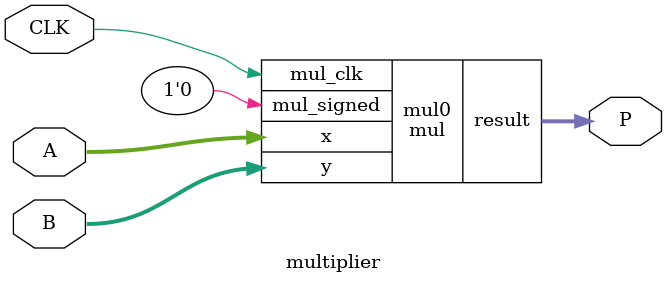
<source format=v>
module YDecoder(
    input yc, yb, ya, //c -> i+1; b -> i; a -> i-1
    output negx, x, neg2x, _2x
    );

assign negx = (yc & yb & ~ya) | (yc & ~yb & ya);
assign x = (~yc & ~yb & ya) | (~yc & yb & ~ya);
assign neg2x = (yc & ~yb & ~ya);
assign _2x = (~yc & yb & ya);

endmodule


module BoothBase(
    input negx, x, neg2x, _2x,
    input InX,
    input PosLastX, NegLastX,
    output PosNextX, NegNextX,
    output OutX
    );

assign OutX = (negx & ~InX) | (x & InX) | (neg2x & NegLastX) | (_2x & PosLastX);
assign PosNextX = InX;
assign NegNextX = ~InX;

endmodule


module BoothInterBase(
    input [2:0] y,
    input [63:0] InX,
    output [63:0] OutX,
    output Carry
);

wire negx, x, neg2x, _2x;
wire [1:0] CarrySig [64:0];

YDecoder uu(.yc(y[2]), .yb(y[1]), .ya(y[0]), .negx(negx), .x(x), .neg2x(neg2x), ._2x(_2x));

BoothBase fir(.negx(negx), .x(x), .neg2x(neg2x), ._2x(_2x), .InX(InX[0]), .PosLastX(1'b0), .NegLastX(1'b1), .PosNextX(CarrySig[1][0]), .NegNextX(CarrySig[1][1]), .OutX(OutX[0]));

generate
    genvar i;
    for (i=1; i<64; i=i+1) begin: gfor
        BoothBase ui(
            .negx(negx),
            .x(x),
            .neg2x(neg2x),
            ._2x(_2x),
            .InX(InX[i]),
            .PosLastX(CarrySig[i][0]),
            .NegLastX(CarrySig[i][1]),
            .PosNextX(CarrySig[i+1][0]),
            .NegNextX(CarrySig[i+1][1]),
            .OutX(OutX[i])
        );
    end
endgenerate

assign Carry = negx || neg2x;

endmodule


module addr(
    input A, B, C,
    output Carry, S
    );

assign S = ~A & ~B & C | ~A & B & ~C | A & ~B & ~C | A & B & C;
assign Carry = A & B | A & C | B & C;

endmodule


module WallaceTreeBase(
    input [16:0] InData,
    input [13:0] CIn,
    output [13:0] COut,
    output C, S
    );

//first stage
wire [4:0] FirSig;
addr first1(.A(InData[4]), .B(InData[3]), .C(InData[2]), .Carry(COut[0]), .S(FirSig[0]));
addr first2(.A(InData[7]), .B(InData[6]), .C(InData[5]), .Carry(COut[1]), .S(FirSig[1]));
addr first3(.A(InData[10]), .B(InData[9]), .C(InData[8]), .Carry(COut[2]), .S(FirSig[2]));
addr first4(.A(InData[13]), .B(InData[12]), .C(InData[11]), .Carry(COut[3]), .S(FirSig[3]));
addr first5(.A(InData[16]), .B(InData[15]), .C(InData[14]), .Carry(COut[4]), .S(FirSig[4]));

//second stage
wire [3:0] SecSig;
addr second1(.A(CIn[2]), .B(CIn[1]), .C(CIn[0]), .Carry(COut[5]), .S(SecSig[0]));
addr second2(.A(InData[0]), .B(CIn[4]), .C(CIn[3]), .Carry(COut[6]), .S(SecSig[1]));
addr second3(.A(FirSig[1]), .B(FirSig[0]), .C(InData[1]), .Carry(COut[7]), .S(SecSig[2]));
addr second4(.A(FirSig[4]), .B(FirSig[3]), .C(FirSig[2]), .Carry(COut[8]), .S(SecSig[3]));

//third stage
wire [1:0] ThiSig;
addr third1(.A(SecSig[0]), .B(CIn[6]), .C(CIn[5]), .Carry(COut[9]), .S(ThiSig[0]));
addr third2(.A(SecSig[3]), .B(SecSig[2]), .C(SecSig[1]), .Carry(COut[10]), .S(ThiSig[1]));

//fourth stage
wire [1:0] ForSig;
addr fourth1(.A(CIn[9]), .B(CIn[8]), .C(CIn[7]), .Carry(COut[11]), .S(ForSig[0]));
addr fourth2(.A(ThiSig[1]), .B(ThiSig[0]), .C(CIn[10]), .Carry(COut[12]), .S(ForSig[1]));

//fifth stage
wire FifSig;
addr fifth1(.A(ForSig[1]), .B(ForSig[0]), .C(CIn[11]), .Carry(COut[13]), .S(FifSig));

//sixth stage
addr sixth1(.A(FifSig), .B(CIn[13]), .C(CIn[12]), .Carry(C), .S(S));

endmodule

//-------------------------------------------------------------------------------------------------------------------

module mul(
    input mul_clk, reset,
    input mul_signed,
    input [31:0] x, y, //x扩展至64位 y扩展至33位 区别有无符号
    output [63:0] result
    );

wire [63:0] CalX;
wire [32:0] CalY;

assign CalX = mul_signed ? {{32{x[31]}}, x} : {32'b0, x};
assign CalY = mul_signed ? {y[31], y} : {1'b0, y};

//booth
wire [16:0] Carry; //booth计算得到的进位
wire [63:0] BoothRes [16:0]; //booth的计算结果
BoothInterBase fir(.y({CalY[1], CalY[0], 1'b0}), .InX(CalX), .OutX(BoothRes[0]), .Carry(Carry[0]));

generate
    genvar i;
    for (i=2; i<32; i=i+2) begin: boothfor
        BoothInterBase ai(
            .y(CalY[i+1:i-1]),
            .InX(CalX<<i),
            .OutX(BoothRes[i>>1]),
            .Carry(Carry[i>>1])
        );
    end
endgenerate

BoothInterBase las(.y({CalY[32], CalY[32], CalY[31]}), .InX(CalX<<32), .OutX(BoothRes[16]), .Carry(Carry[16]));

reg [16:0] SecStageCarry;
reg [63:0] SecStageBoothRes [16:0];
integer p;
 
always @(posedge mul_clk) begin
    if (~reset) begin
        SecStageCarry <= Carry;
        for(p=0; p<17; p=p+1) begin
            SecStageBoothRes[p] <= BoothRes[p];
        end 
    end
end

//wallace
wire [13:0] WallaceInter [64:0];
wire [63:0] COut, SOut;

WallaceTreeBase firs(
            .InData({SecStageBoothRes[0][0], SecStageBoothRes[1][0], SecStageBoothRes[2][0], SecStageBoothRes[3][0], SecStageBoothRes[4][0], SecStageBoothRes[5][0], SecStageBoothRes[6][0],
            SecStageBoothRes[7][0], SecStageBoothRes[8][0], SecStageBoothRes[9][0], SecStageBoothRes[10][0], SecStageBoothRes[11][0], SecStageBoothRes[12][0], SecStageBoothRes[13][0], SecStageBoothRes[14][0],
            SecStageBoothRes[15][0], SecStageBoothRes[16][0]}),
            .CIn(SecStageCarry[13:0]),
            .COut(WallaceInter[1]),
            .C(COut[0]),
            .S(SOut[0])
        );

generate
    genvar n;
    for (n=1; n<64; n=n+1) begin: wallacefor
        WallaceTreeBase bi(
            .InData({SecStageBoothRes[0][n], SecStageBoothRes[1][n], SecStageBoothRes[2][n], SecStageBoothRes[3][n], SecStageBoothRes[4][n], SecStageBoothRes[5][n], SecStageBoothRes[6][n],
            SecStageBoothRes[7][n], SecStageBoothRes[8][n], SecStageBoothRes[9][n], SecStageBoothRes[10][n], SecStageBoothRes[11][n], SecStageBoothRes[12][n], SecStageBoothRes[13][n], SecStageBoothRes[14][n],
            SecStageBoothRes[15][n], SecStageBoothRes[16][n]}),
            .CIn(WallaceInter[n]),
            .COut(WallaceInter[n+1]),
            .C(COut[n]),
            .S(SOut[n])
        );
    end
endgenerate

//64bit add
assign result = SOut + {COut[62:0], SecStageCarry[14]} + SecStageCarry[15];

endmodule

//multiplier MULDIV_EXE_MulDivExecutePlugin_multiplier (
//  .CLK (aclk                                             ), //i
//  .A   (MULDIV_EXE_MulDivExecutePlugin_absRj[31:0]       ), //i
//  .B   (MULDIV_EXE_MulDivExecutePlugin_absRk[31:0]       ), //i
//  .P   (MULDIV_EXE_MulDivExecutePlugin_multiplier_P[63:0])  //o
//);
module multiplier(
    input          CLK,
    input  [31:0]    A,
    input  [31:0]    B,
    output [63:0]    P
); 
    mul mul0(
        .mul_clk(CLK),
        .mul_signed(1'b0),
        .x(A),
        .y(B),
        .result(P)
    );
endmodule
</source>
